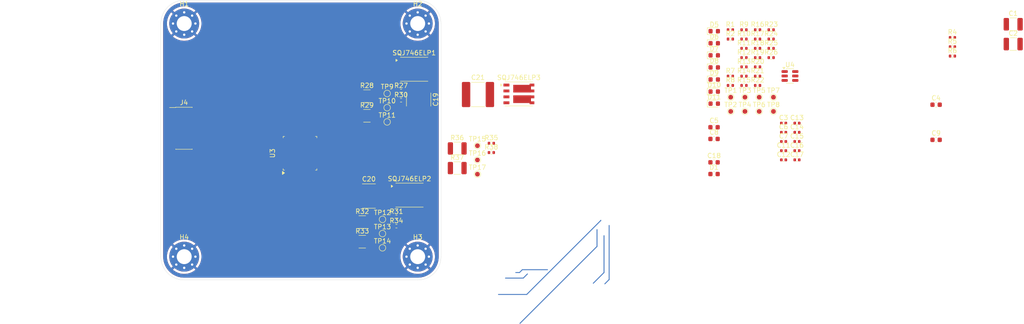
<source format=kicad_pcb>
(kicad_pcb (version 20241229) (generator "pcbnew") (generator_version "9.0")
  (layers (0 "F.Cu" signal) (4 "In1.Cu" power "GND") (6 "In2.Cu" power "Power") (2 "B.Cu" signal) (13 "F.Paste" user) (15 "B.Paste" user) (5 "F.SilkS" user "F.Silkscreen") (7 "B.SilkS" user "B.Silkscreen") (1 "F.Mask" user) (3 "B.Mask" user) (25 "Edge.Cuts" user))
  (net 0 "")
  (net 1 "Net-(IC1-VCP)")
  (net 2 "Net-(IC1-CP1)")
  (net 3 "Net-(IC1-CP2)")
  (net 4 "Net-(IC1-VREG)")
  (net 5 "/5V_BUCK")
  (net 6 "+3.3V")
  (net 7 "Net-(PS1-VCC)")
  (net 8 "/BTN_1")
  (net 9 "/NRST")
  (net 10 "/BTN_2")
  (net 11 "+5V")
  (net 12 "/BTN_3")
  (net 13 "Net-(D1-A)")
  (net 14 "Net-(D1-K)")
  (net 15 "Net-(D5-K)")
  (net 16 "Net-(D6-K)")
  (net 17 "Net-(D7-K)")
  (net 18 "/5V_USB")
  (net 19 "Net-(D8-K)")
  (net 20 "Net-(D9-K)")
  (net 21 "Net-(D10-A)")
  (net 22 "Net-(D11-A)")
  (net 23 "Net-(R12-Pad2)")
  (net 24 "/ADD_SEL_1")
  (net 25 "/ADD_SEL_0")
  (net 26 "Net-(R16-Pad2)")
  (net 27 "Net-(J6-CC1)")
  (net 28 "Net-(J6-CC2)")
  (net 29 "/BOOT_0")
  (net 30 "/SCL_I2C1")
  (net 31 "/SDA_I2C1")
  (net 32 "/LED_0")
  (net 33 "/LED_1")
  (net 34 "/arm_bridge_A/GHx")
  (net 35 "BRAKE")
  (net 36 "DIR")
  (net 37 "/arm_bridge_A/Sx")
  (net 38 "Net-(SQJ746ELP1-G1)")
  (net 39 "Net-(SQJ746ELP1-G2)")
  (net 40 "/GLC")
  (net 41 "/LSS")
  (net 42 "/arm_bridge_B/GHx")
  (net 43 "/arm_bridge_B/Sx")
  (net 44 "Net-(SQJ746ELP2-G1)")
  (net 45 "/GLB")
  (net 46 "Net-(SQJ746ELP2-G2)")
  (net 47 "/arm_bridge_C/Sx")
  (net 48 "/arm_bridge_C/GHx")
  (net 49 "Net-(SQJ746ELP3-G1)")
  (net 50 "/GLA")
  (net 51 "Net-(SQJ746ELP3-G2)")
  (net 52 "/PWM_TIM1_CH1")
  (net 53 "/ENC_A")
  (net 54 "/ENC_B")
  (net 55 "/USB_DM")
  (net 56 "/RCC_CLK_IN")
  (net 57 "/SWDIO")
  (net 58 "/USB_DP")
  (net 59 "Net-(PS1-FB)")
  (net 61 "Net-(PS1-FSW)")
  (net 62 "/PWM_T1C1")
  (net 63 "/Cmd_RX")
  (net 64 "+24V")
  (net 65 "/Cmd_TX")
  (net 66 "Net-(R18-Pad2)")
  (net 67 "/VCP_RX")
  (net 68 "/SWO")
  (net 69 "/SWCLK")
  (net 70 "/VCP_TX")
  (net 71 "GND")
  (net 72 "/D+")
  (net 73 "/D-")
  (footprint "Capacitor_SMD:C_0603_1608Metric" (layer "F.Cu") (at 163.46 72.24)
    (property "Reference" "C5" (at 0 -1.43 0) (layer "F.SilkS"))
    (property "Value" "10u")
    (pad "1" smd roundrect (at -0.775 0) (size 0.9 0.95) (layers "F.Cu" "F.Mask" "F.Paste") (net 11 "+5V"))
    (pad "2" smd roundrect (at 0.775 0) (size 0.9 0.95) (layers "F.Cu" "F.Mask" "F.Paste") (net 71 "GND"))
  )
  (footprint "Package_QFP:LQFP-32_7x7mm_P0.8mm" (layer "F.Cu") (at 74.8 77.825 90)
    (property "Reference" "U3" (at 0 -5.88 90) (layer "F.SilkS"))
    (property "Value" "STM32L412KBTx")
    (pad "1" smd roundrect (at -4.175 -2.8 90) (size 1.5 0.5) (layers "F.Cu" "F.Mask" "F.Paste") (net 6 "+3.3V"))
    (pad "2" smd roundrect (at -4.175 -2 90) (size 1.5 0.5) (layers "F.Cu" "F.Mask" "F.Paste") (net 32 "/LED_0"))
    (pad "3" smd roundrect (at -4.175 -1.2 90) (size 1.5 0.5) (layers "F.Cu" "F.Mask" "F.Paste") (net 33 "/LED_1"))
    (pad "4" smd roundrect (at -4.175 -0.4 90) (size 1.5 0.5) (layers "F.Cu" "F.Mask" "F.Paste") (net 9 "/NRST"))
    (pad "5" smd roundrect (at -4.175 0.4 90) (size 1.5 0.5) (layers "F.Cu" "F.Mask" "F.Paste") (net 6 "+3.3V"))
    (pad "6" smd roundrect (at -4.175 1.2 90) (size 1.5 0.5) (layers "F.Cu" "F.Mask" "F.Paste") (net 56 "/RCC_CLK_IN"))
    (pad "7" smd roundrect (at -4.175 2 90) (size 1.5 0.5) (layers "F.Cu" "F.Mask" "F.Paste") (net 54 "/ENC_B"))
    (pad "8" smd roundrect (at -4.175 2.8 90) (size 1.5 0.5) (layers "F.Cu" "F.Mask" "F.Paste") (net 70 "/VCP_TX"))
    (pad "9" smd roundrect (at -2.8 4.175 90) (size 0.5 1.5) (layers "F.Cu" "F.Mask" "F.Paste") (net 67 "/VCP_RX"))
    (pad "10" smd roundrect (at -2 4.175 90) (size 0.5 1.5) (layers "F.Cu" "F.Mask" "F.Paste"))
    (pad "11" smd roundrect (at -1.2 4.175 90) (size 0.5 1.5) (layers "F.Cu" "F.Mask" "F.Paste") (net 53 "/ENC_A"))
    (pad "12" smd roundrect (at -0.4 4.175 90) (size 0.5 1.5) (layers "F.Cu" "F.Mask" "F.Paste") (net 36 "DIR"))
    (pad "13" smd roundrect (at 0.4 4.175 90) (size 0.5 1.5) (layers "F.Cu" "F.Mask" "F.Paste") (net 35 "BRAKE"))
    (pad "14" smd roundrect (at 1.2 4.175 90) (size 0.5 1.5) (layers "F.Cu" "F.Mask" "F.Paste") (net 25 "/ADD_SEL_0"))
    (pad "15" smd roundrect (at 2 4.175 90) (size 0.5 1.5) (layers "F.Cu" "F.Mask" "F.Paste") (net 24 "/ADD_SEL_1"))
    (pad "16" smd roundrect (at 2.8 4.175 90) (size 0.5 1.5) (layers "F.Cu" "F.Mask" "F.Paste") (net 71 "GND"))
    (pad "17" smd roundrect (at 4.175 2.8 90) (size 1.5 0.5) (layers "F.Cu" "F.Mask" "F.Paste") (net 6 "+3.3V"))
    (pad "18" smd roundrect (at 4.175 2 90) (size 1.5 0.5) (layers "F.Cu" "F.Mask" "F.Paste") (net 62 "/PWM_T1C1"))
    (pad "19" smd roundrect (at 4.175 1.2 90) (size 1.5 0.5) (layers "F.Cu" "F.Mask" "F.Paste") (net 30 "/SCL_I2C1"))
    (pad "20" smd roundrect (at 4.175 0.4 90) (size 1.5 0.5) (layers "F.Cu" "F.Mask" "F.Paste") (net 31 "/SDA_I2C1"))
    (pad "21" smd roundrect (at 4.175 -0.4 90) (size 1.5 0.5) (layers "F.Cu" "F.Mask" "F.Paste") (net 55 "/USB_DM"))
    (pad "22" smd roundrect (at 4.175 -1.2 90) (size 1.5 0.5) (layers "F.Cu" "F.Mask" "F.Paste") (net 58 "/USB_DP"))
    (pad "23" smd roundrect (at 4.175 -2 90) (size 1.5 0.5) (layers "F.Cu" "F.Mask" "F.Paste") (net 57 "/SWDIO"))
    (pad "24" smd roundrect (at 4.175 -2.8 90) (size 1.5 0.5) (layers "F.Cu" "F.Mask" "F.Paste") (net 69 "/SWCLK"))
    (pad "25" smd roundrect (at 2.8 -4.175 90) (size 0.5 1.5) (layers "F.Cu" "F.Mask" "F.Paste") (net 8 "/BTN_1"))
    (pad "26" smd roundrect (at 2 -4.175 90) (size 0.5 1.5) (layers "F.Cu" "F.Mask" "F.Paste") (net 68 "/SWO"))
    (pad "27" smd roundrect (at 1.2 -4.175 90) (size 0.5 1.5) (layers "F.Cu" "F.Mask" "F.Paste") (net 10 "/BTN_2"))
    (pad "28" smd roundrect (at 0.4 -4.175 90) (size 0.5 1.5) (layers "F.Cu" "F.Mask" "F.Paste") (net 12 "/BTN_3"))
    (pad "29" smd roundrect (at -0.4 -4.175 90) (size 0.5 1.5) (layers "F.Cu" "F.Mask" "F.Paste") (net 65 "/Cmd_TX"))
    (pad "30" smd roundrect (at -1.2 -4.175 90) (size 0.5 1.5) (layers "F.Cu" "F.Mask" "F.Paste") (net 63 "/Cmd_RX"))
    (pad "31" smd roundrect (at -2 -4.175 90) (size 0.5 1.5) (layers "F.Cu" "F.Mask" "F.Paste") (net 29 "/BOOT_0"))
    (pad "32" smd roundrect (at -2.8 -4.175 90) (size 0.5 1.5) (layers "F.Cu" "F.Mask" "F.Paste") (net 71 "GND"))
  )
  (footprint "Capacitor_SMD:C_0402_1005Metric" (layer "F.Cu") (at 178.35 75.3)
    (property "Reference" "C7" (at 0 -1.16 0) (layer "F.SilkS"))
    (property "Value" "220n")
    (pad "1" smd roundrect (at -0.48 0) (size 0.56 0.62) (layers "F.Cu" "F.Mask" "F.Paste") (net 1 "Net-(IC1-VCP)"))
    (pad "2" smd roundrect (at 0.48 0) (size 0.56 0.62) (layers "F.Cu" "F.Mask" "F.Paste") (net 64 "+24V"))
  )
  (footprint "Capacitor_SMD:C_0402_1005Metric" (layer "F.Cu") (at 181.22 73.33)
    (property "Reference" "C14" (at 0 -1.16 0) (layer "F.SilkS"))
    (property "Value" "10n")
    (pad "1" smd roundrect (at -0.48 0) (size 0.56 0.62) (layers "F.Cu" "F.Mask" "F.Paste") (net 12 "/BTN_3"))
    (pad "2" smd roundrect (at 0.48 0) (size 0.56 0.62) (layers "F.Cu" "F.Mask" "F.Paste") (net 71 "GND"))
  )
  (footprint "Resistor_SMD:R_1210_3225Metric" (layer "F.Cu") (at 89.13 65.58)
    (property "Reference" "R28" (at 0 -2.28 0) (layer "F.SilkS"))
    (property "Value" "120")
    (pad "1" smd roundrect (at -1.4625 0) (size 1.125 2.65) (layers "F.Cu" "F.Mask" "F.Paste") (roundrect_rratio 0.222222) (net 34 "/arm_bridge_A/GHx"))
    (pad "2" smd roundrect (at 1.4625 0) (size 1.125 2.65) (layers "F.Cu" "F.Mask" "F.Paste") (roundrect_rratio 0.222222) (net 38 "Net-(SQJ746ELP1-G1)"))
  )
  (footprint "Resistor_SMD:R_0402_1005Metric" (layer "F.Cu") (at 169.87 51.34)
    (property "Reference" "R9" (at 0 -1.17 0) (layer "F.SilkS"))
    (property "Value" "2k5")
    (pad "1" smd roundrect (at -0.51 0) (size 0.54 0.64) (layers "F.Cu" "F.Mask" "F.Paste") (net 17 "Net-(D7-K)"))
    (pad "2" smd roundrect (at 0.51 0) (size 0.54 0.64) (layers "F.Cu" "F.Mask" "F.Paste") (net 71 "GND"))
  )
  (footprint "Capacitor_SMD:C_1210_3225Metric" (layer "F.Cu") (at 227.52 50.15)
    (property "Reference" "C1" (at 0 -2.3 0) (layer "F.SilkS"))
    (property "Value" "4u7")
    (pad "1" smd roundrect (at -1.475 0) (size 1.15 2.7) (layers "F.Cu" "F.Mask" "F.Paste") (roundrect_rratio 0.217391) (net 64 "+24V"))
    (pad "2" smd roundrect (at 1.475 0) (size 1.15 2.7) (layers "F.Cu" "F.Mask" "F.Paste") (roundrect_rratio 0.217391) (net 71 "GND"))
  )
  (footprint "Resistor_SMD:R_0402_1005Metric" (layer "F.Cu") (at 166.96 51.34)
    (property "Reference" "R1" (at 0 -1.17 0) (layer "F.SilkS"))
    (property "Value" "1k7")
    (pad "1" smd roundrect (at -0.51 0) (size 0.54 0.64) (layers "F.Cu" "F.Mask" "F.Paste") (net 13 "Net-(D1-A)"))
    (pad "2" smd roundrect (at 0.51 0) (size 0.54 0.64) (layers "F.Cu" "F.Mask" "F.Paste") (net 6 "+3.3V"))
  )
  (footprint "TestPoint:TestPoint_Pad_D1.0mm" (layer "F.Cu") (at 173.13 68.85)
    (property "Reference" "TP6" (at 0 -1.448 0) (layer "F.SilkS"))
    (property "Value" "PWM")
    (pad "1" smd circle (at 0 0) (size 1 1) (layers "F.Cu" "F.Mask") (net 52 "/PWM_TIM1_CH1"))
  )
  (footprint "Capacitor_SMD:C_0402_1005Metric" (layer "F.Cu") (at 181.22 79.24)
    (property "Reference" "C17" (at 0 -1.16 0) (layer "F.SilkS"))
    (property "Value" "100n")
    (pad "1" smd roundrect (at -0.48 0) (size 0.56 0.62) (layers "F.Cu" "F.Mask" "F.Paste") (net 6 "+3.3V"))
    (pad "2" smd roundrect (at 0.48 0) (size 0.56 0.62) (layers "F.Cu" "F.Mask" "F.Paste") (net 71 "GND"))
  )
  (footprint "Resistor_SMD:R_0402_1005Metric" (layer "F.Cu") (at 169.87 59.3)
    (property "Reference" "R13" (at 0 -1.17 0) (layer "F.SilkS"))
    (property "Value" "10k")
    (pad "1" smd roundrect (at -0.51 0) (size 0.54 0.64) (layers "F.Cu" "F.Mask" "F.Paste") (net 23 "Net-(R12-Pad2)"))
    (pad "2" smd roundrect (at 0.51 0) (size 0.54 0.64) (layers "F.Cu" "F.Mask" "F.Paste") (net 6 "+3.3V"))
  )
  (footprint "Resistor_SMD:R_1210_3225Metric" (layer "F.Cu") (at 88.13 96.79)
    (property "Reference" "R33" (at 0 -2.28 0) (layer "F.SilkS"))
    (property "Value" "120")
    (pad "1" smd roundrect (at -1.4625 0) (size 1.125 2.65) (layers "F.Cu" "F.Mask" "F.Paste") (roundrect_rratio 0.222222) (net 46 "Net-(SQJ746ELP2-G2)"))
    (pad "2" smd roundrect (at 1.4625 0) (size 1.125 2.65) (layers "F.Cu" "F.Mask" "F.Paste") (roundrect_rratio 0.222222) (net 45 "/GLB"))
  )
  (footprint "Capacitor_SMD:C_0402_1005Metric" (layer "F.Cu") (at 178.35 77.27)
    (property "Reference" "C11" (at 0 -1.16 0) (layer "F.SilkS"))
    (property "Value" "10n")
    (pad "1" smd roundrect (at -0.48 0) (size 0.56 0.62) (layers "F.Cu" "F.Mask" "F.Paste") (net 8 "/BTN_1"))
    (pad "2" smd roundrect (at 0.48 0) (size 0.56 0.62) (layers "F.Cu" "F.Mask" "F.Paste") (net 71 "GND"))
  )
  (footprint "Resistor_SMD:R_0402_1005Metric" (layer "F.Cu") (at 169.87 63.28)
    (property "Reference" "R15" (at 0 -1.17 0) (layer "F.SilkS"))
    (property "Value" "10k")
    (pad "1" smd roundrect (at -0.51 0) (size 0.54 0.64) (layers "F.Cu" "F.Mask" "F.Paste") (net 25 "/ADD_SEL_0"))
    (pad "2" smd roundrect (at 0.51 0) (size 0.54 0.64) (layers "F.Cu" "F.Mask" "F.Paste") (net 6 "+3.3V"))
  )
  (footprint "Resistor_SMD:R_0402_1005Metric" (layer "F.Cu") (at 172.78 59.3)
    (property "Reference" "R20" (at 0 -1.17 0) (layer "F.SilkS"))
    (property "Value" "5k1")
    (pad "1" smd roundrect (at -0.51 0) (size 0.54 0.64) (layers "F.Cu" "F.Mask" "F.Paste") (net 71 "GND"))
    (pad "2" smd roundrect (at 0.51 0) (size 0.54 0.64) (layers "F.Cu" "F.Mask" "F.Paste") (net 27 "Net-(J6-CC1)"))
  )
  (footprint "LED_SMD:LED_0603_1608Metric" (layer "F.Cu") (at 163.5 64.59)
    (property "Reference" "D10" (at 0 -1.43 0) (layer "F.SilkS"))
    (property "Value" "LED_0")
    (pad "1" smd roundrect (at -0.7875 0) (size 0.875 0.95) (layers "F.Cu" "F.Mask" "F.Paste") (net 71 "GND"))
    (pad "2" smd roundrect (at 0.7875 0) (size 0.875 0.95) (layers "F.Cu" "F.Mask" "F.Paste") (net 21 "Net-(D10-A)"))
  )
  (footprint "TestPoint:TestPoint_Pad_D1.0mm" (layer "F.Cu") (at 92.46 98.1)
    (property "Reference" "TP14" (at 0 -1.448 0) (layer "F.SilkS"))
    (property "Value" "GATE C")
    (pad "1" smd circle (at 0 0) (size 1 1) (layers "F.Cu" "F.Mask") (net 45 "/GLB"))
  )
  (footprint "Capacitor_SMD:C_1210_3225Metric" (layer "F.Cu") (at 227.52 54.4)
    (property "Reference" "C2" (at 0 -2.3 0) (layer "F.SilkS"))
    (property "Value" "4u7")
    (pad "1" smd roundrect (at -1.475 0) (size 1.15 2.7) (layers "F.Cu" "F.Mask" "F.Paste") (roundrect_rratio 0.217391) (net 64 "+24V"))
    (pad "2" smd roundrect (at 1.475 0) (size 1.15 2.7) (layers "F.Cu" "F.Mask" "F.Paste") (roundrect_rratio 0.217391) (net 71 "GND"))
  )
  (footprint "TestPoint:TestPoint_Pad_D1.0mm" (layer "F.Cu") (at 176.18 65.8)
    (property "Reference" "TP7" (at 0 -1.448 0) (layer "F.SilkS"))
    (property "Value" "DIR")
    (pad "1" smd circle (at 0 0) (size 1 1) (layers "F.Cu" "F.Mask") (net 36 "DIR"))
  )
  (footprint "MountingHole:MountingHole_3.2mm_M3_Pad_Via" (layer "F.Cu") (at 50 50)
    (property "Reference" "H1" (at 0 -4.2 0) (layer "F.SilkS"))
    (property "Value" "MountingHole_Pad")
    (pad "1" thru_hole circle (at -2.4 0) (size 0.8 0.8) (drill 0.5) (layers "*.Cu" "*.Mask") (net 71 "GND"))
    (pad "1" thru_hole circle (at -1.697056 -1.697056) (size 0.8 0.8) (drill 0.5) (layers "*.Cu" "*.Mask") (net 71 "GND"))
    (pad "1" thru_hole circle (at -1.697056 1.697056) (size 0.8 0.8) (drill 0.5) (layers "*.Cu" "*.Mask") (net 71 "GND"))
    (pad "1" thru_hole circle (at 0 -2.4) (size 0.8 0.8) (drill 0.5) (layers "*.Cu" "*.Mask") (net 71 "GND"))
    (pad "1" thru_hole circle (at 0 0) (size 6.4 6.4) (drill 3.2) (layers "*.Cu" "*.Mask") (net 71 "GND"))
    (pad "1" thru_hole circle (at 0 2.4) (size 0.8 0.8) (drill 0.5) (layers "*.Cu" "*.Mask") (net 71 "GND"))
    (pad "1" thru_hole circle (at 1.697056 -1.697056) (size 0.8 0.8) (drill 0.5) (layers "*.Cu" "*.Mask") (net 71 "GND"))
    (pad "1" thru_hole circle (at 1.697056 1.697056) (size 0.8 0.8) (drill 0.5) (layers "*.Cu" "*.Mask") (net 71 "GND"))
    (pad "1" thru_hole circle (at 2.4 0) (size 0.8 0.8) (drill 0.5) (layers "*.Cu" "*.Mask") (net 71 "GND"))
  )
  (footprint "Resistor_SMD:R_0402_1005Metric" (layer "F.Cu") (at 169.87 61.29)
    (property "Reference" "R14" (at 0 -1.17 0) (layer "F.SilkS"))
    (property "Value" "10k")
    (pad "1" smd roundrect (at -0.51 0) (size 0.54 0.64) (layers "F.Cu" "F.Mask" "F.Paste") (net 24 "/ADD_SEL_1"))
    (pad "2" smd roundrect (at 0.51 0) (size 0.54 0.64) (layers "F.Cu" "F.Mask" "F.Paste") (net 6 "+3.3V"))
  )
  (footprint "TestPoint:TestPoint_Pad_D1.0mm" (layer "F.Cu") (at 176.18 68.85)
    (property "Reference" "TP8" (at 0 -1.448 0) (layer "F.SilkS"))
    (property "Value" "BRAKE")
    (pad "1" smd circle (at 0 0) (size 1 1) (layers "F.Cu" "F.Mask") (net 35 "BRAKE"))
  )
  (footprint "LED_SMD:LED_0603_1608Metric" (layer "F.Cu") (at 163.5 51.64)
    (property "Reference" "D5" (at 0 -1.43 0) (layer "F.SilkS"))
    (property "Value" "LED")
    (pad "1" smd roundrect (at -0.7875 0) (size 0.875 0.95) (layers "F.Cu" "F.Mask" "F.Paste") (net 15 "Net-(D5-K)"))
    (pad "2" smd roundrect (at 0.7875 0) (size 0.875 0.95) (layers "F.Cu" "F.Mask" "F.Paste") (net 64 "+24V"))
  )
  (footprint "TestPoint:TestPoint_Pad_D1.0mm" (layer "F.Cu") (at 112.7925 82.31)
    (property "Reference" "TP17" (at 0 -1.448 0) (layer "F.SilkS"))
    (property "Value" "GATE C")
    (pad "1" smd circle (at 0 0) (size 1 1) (layers "F.Cu" "F.Mask") (net 50 "/GLA"))
  )
  (footprint "LED_SMD:LED_0603_1608Metric" (layer "F.Cu") (at 163.5 62)
    (property "Reference" "D9" (at 0 -1.43 0) (layer "F.SilkS"))
    (property "Value" "LED")
    (pad "1" smd roundrect (at -0.7875 0) (size 0.875 0.95) (layers "F.Cu" "F.Mask" "F.Paste") (net 20 "Net-(D9-K)"))
    (pad "2" smd roundrect (at 0.7875 0) (size 0.875 0.95) (layers "F.Cu" "F.Mask" "F.Paste") (net 6 "+3.3V"))
  )
  (footprint "Capacitor_SMD:C_0402_1005Metric" (layer "F.Cu") (at 178.35 71.36)
    (property "Reference" "C3" (at 0 -1.16 0) (layer "F.SilkS"))
    (property "Value" "220n")
    (pad "1" smd roundrect (at -0.48 0) (size 0.56 0.62) (layers "F.Cu" "F.Mask" "F.Paste") (net 71 "GND"))
    (pad "2" smd roundrect (at 0.48 0) (size 0.56 0.62) (layers "F.Cu" "F.Mask" "F.Paste") (net 4 "Net-(IC1-VREG)"))
  )
  (footprint "TestPoint:TestPoint_Pad_D1.0mm" (layer "F.Cu") (at 167.03 68.85)
    (property "Reference" "TP2" (at 0 -1.448 0) (layer "F.SilkS"))
    (property "Value" "5V_BUCK")
    (pad "1" smd circle (at 0 0) (size 1 1) (layers "F.Cu" "F.Mask") (net 5 "/5V_BUCK"))
  )
  (footprint "TestPoint:TestPoint_Pad_D1.0mm" (layer "F.Cu") (at 167.03 65.8)
    (property "Reference" "TP1" (at 0 -1.448 0) (layer "F.SilkS"))
    (property "Value" "24V")
    (pad "1" smd circle (at 0 0) (size 1 1) (layers "F.Cu" "F.Mask") (net 64 "+24V"))
  )
  (footprint "Resistor_SMD:R_1210_3225Metric" (layer "F.Cu") (at 88.13 92.58)
    (property "Reference" "R32" (at 0 -2.28 0) (layer "F.SilkS"))
    (property "Value" "120")
    (pad "1" smd roundrect (at -1.4625 0) (size 1.125 2.65) (layers "F.Cu" "F.Mask" "F.Paste") (roundrect_rratio 0.222222) (net 42 "/arm_bridge_B/GHx"))
    (pad "2" smd roundrect (at 1.4625 0) (size 1.125 2.65) (layers "F.Cu" "F.Mask" "F.Paste") (roundrect_rratio 0.222222) (net 44 "Net-(SQJ746ELP2-G1)"))
  )
  (footprint "Resistor_SMD:R_0402_1005Metric" (layer "F.Cu") (at 175.69 57.31)
    (property "Reference" "R26" (at 0 -1.17 0) (layer "F.SilkS"))
    (property "Value" "1k")
    (pad "1" smd roundrect (at -0.51 0) (size 0.54 0.64) (layers "F.Cu" "F.Mask" "F.Paste") (net 22 "Net-(D11-A)"))
    (pad "2" smd roundrect (at 0.51 0) (size 0.54 0.64) (layers "F.Cu" "F.Mask" "F.Paste") (net 33 "/LED_1"))
  )
  (footprint "LED_SMD:LED_0603_1608Metric" (layer "F.Cu") (at 163.5 67.18)
    (property "Reference" "D11" (at 0 -1.43 0) (layer "F.SilkS"))
    (property "Value" "LED_1")
    (pad "1" smd roundrect (at -0.7875 0) (size 0.875 0.95) (layers "F.Cu" "F.Mask" "F.Paste") (net 71 "GND"))
    (pad "2" smd roundrect (at 0.7875 0) (size 0.875 0.95) (layers "F.Cu" "F.Mask" "F.Paste") (net 22 "Net-(D11-A)"))
  )
  (footprint "Resistor_SMD:R_0402_1005Metric" (layer "F.Cu") (at 115.7725 75.68)
    (property "Reference" "R35" (at 0 -1.17 0) (layer "F.SilkS"))
    (property "Value" "10k")
    (pad "1" smd roundrect (at -0.51 0) (size 0.54 0.64) (layers "F.Cu" "F.Mask" "F.Paste") (net 48 "/arm_bridge_C/GHx"))
    (pad "2" smd roundrect (at 0.51 0) (size 0.54 0.64) (layers "F.Cu" "F.Mask" "F.Paste") (net 47 "/arm_bridge_C/Sx"))
  )
  (footprint "Package_SO:PowerPAK_SO-8_Dual" (layer "F.Cu") (at 99.24 59.8)
    (property "Reference" "SQJ746ELP1" (at 0 -3.5 0) (layer "F.SilkS"))
    (property "Value" "~")
    (pad "1" smd rect (at -2.67 -1.905) (size 1.27 0.61) (layers "F.Cu" "F.Mask" "F.Paste") (net 37 "/arm_bridge_A/Sx"))
    (pad "2" smd rect (at -2.67 -0.635) (size 1.27 0.61) (layers "F.Cu" "F.Mask" "F.Paste") (net 38 "Net-(SQJ746ELP1-G1)"))
    (pad "3" smd rect (at -2.67 0.635) (size 1.27 0.61) (layers "F.Cu" "F.Mask" "F.Paste") (net 41 "/LSS"))
    (pad "4" smd rect (at -2.67 1.905) (size 1.27 0.61) (layers "F.Cu" "F.Mask" "F.Paste") (net 39 "Net-(SQJ746ELP1-G2)"))
    (pad "5" smd rect (at 0.69 -1.13) (size 3.81 1.65) (layers "F.Cu" "F.Mask" "F.Paste") (net 37 "/arm_bridge_A/Sx"))
    (pad "5" smd rect (at 2.795 -1.905) (size 1.02 0.61) (layers "F.Cu" "F.Mask" "F.Paste") (net 37 "/arm_bridge_A/Sx"))
    (pad "5" smd rect (at 2.795 -0.635) (size 1.02 0.61) (layers "F.Cu" "F.Mask" "F.Paste") (net 37 "/arm_bridge_A/Sx"))
    (pad "6" smd rect (at 0.69 1.13) (size 3.81 1.65) (layers "F.Cu" "F.Mask" "F.Paste") (net 64 "+24V"))
    (pad "6" smd rect (at 2.795 0.635) (size 1.02 0.61) (layers "F.Cu" "F.Mask" "F.Paste") (net 64 "+24V"))
    (pad "6" smd rect (at 2.795 1.905) (size 1.02 0.61) (layers "F.Cu" "F.Mask" "F.Paste") (net 64 "+24V"))
  )
  (footprint "Resistor_SMD:R_0402_1005Metric" (layer "F.Cu") (at 172.78 63.28)
    (property "Reference" "R22" (at 0 -1.17 0) (layer "F.SilkS"))
    (property "Value" "10k")
    (pad "1" smd roundrect (at -0.51 0) (size 0.54 0.64) (layers "F.Cu" "F.Mask" "F.Paste") (net 71 "GND"))
    (pad "2" smd roundrect (at 0.51 0) (size 0.54 0.64) (layers "F.Cu" "F.Mask" "F.Paste") (net 29 "/BOOT_0"))
  )
  (footprint "Resistor_SMD:R_0402_1005Metric" (layer "F.Cu") (at 172.78 55.32)
    (property "Reference" "R18" (at 0 -1.17 0) (layer "F.SilkS"))
    (property "Value" "10k")
    (pad "1" smd roundrect (at -0.51 0) (size 0.54 0.64) (layers "F.Cu" "F.Mask" "F.Paste") (net 12 "/BTN_3"))
    (pad "2" smd roundrect (at 0.51 0) (size 0.54 0.64) (layers "F.Cu" "F.Mask" "F.Paste") (net 66 "Net-(R18-Pad2)"))
  )
  (footprint "Resistor_SMD:R_0402_1005Metric" (layer "F.Cu") (at 169.87 57.31)
    (property "Reference" "R12" (at 0 -1.17 0) (layer "F.SilkS"))
    (property "Value" "10k")
    (pad "1" smd roundrect (at -0.51 0) (size 0.54 0.64) (layers "F.Cu" "F.Mask" "F.Paste") (net 8 "/BTN_1"))
    (pad "2" smd roundrect (at 0.51 0) (size 0.54 0.64) (layers "F.Cu" "F.Mask" "F.Paste") (net 23 "Net-(R12-Pad2)"))
  )
  (footprint "Resistor_SMD:R_0402_1005Metric" (layer "F.Cu") (at 214.51 53)
    (property "Reference" "R4" (at 0 -1.17 0) (layer "F.SilkS"))
    (property "Value" "5k6")
    (pad "1" smd roundrect (at -0.51 0) (size 0.54 0.64) (layers "F.Cu" "F.Mask" "F.Paste") (net 61 "Net-(PS1-FSW)"))
    (pad "2" smd roundrect (at 0.51 0) (size 0.54 0.64) (layers "F.Cu" "F.Mask" "F.Paste") (net 71 "GND"))
  )
  (footprint "Capacitor_SMD:C_0603_1608Metric" (layer "F.Cu") (at 163.46 79.77)
    (property "Reference" "C18" (at 0 -1.43 0) (layer "F.SilkS"))
    (property "Value" "4u7")
    (pad "1" smd roundrect (at -0.775 0) (size 0.9 0.95) (layers "F.Cu" "F.Mask" "F.Paste") (net 6 "+3.3V"))
    (pad "2" smd roundrect (at 0.775 0) (size 0.9 0.95) (layers "F.Cu" "F.Mask" "F.Paste") (net 71 "GND"))
  )
  (footprint "MountingHole:MountingHole_3.2mm_M3_Pad_Via" (layer "F.Cu") (at 100 50)
    (property "Reference" "H2" (at 0 -4.2 0) (layer "F.SilkS"))
    (property "Value" "MountingHole_Pad")
    (pad "1" thru_hole circle (at -2.4 0) (size 0.8 0.8) (drill 0.5) (layers "*.Cu" "*.Mask") (net 71 "GND"))
    (pad "1" thru_hole circle (at -1.697056 -1.697056) (size 0.8 0.8) (drill 0.5) (layers "*.Cu" "*.Mask") (net 71 "GND"))
    (pad "1" thru_hole circle (at -1.697056 1.697056) (size 0.8 0.8) (drill 0.5) (layers "*.Cu" "*.Mask") (net 71 "GND"))
    (pad "1" thru_hole circle (at 0 -2.4) (size 0.8 0.8) (drill 0.5) (layers "*.Cu" "*.Mask") (net 71 "GND"))
    (pad "1" thru_hole circle (at 0 0) (size 6.4 6.4) (drill 3.2) (layers "*.Cu" "*.Mask") (net 71 "GND"))
    (pad "1" thru_hole circle (at 0 2.4) (size 0.8 0.8) (drill 0.5) (layers "*.Cu" "*.Mask") (net 71 "GND"))
    (pad "1" thru_hole circle (at 1.697056 -1.697056) (size 0.8 0.8) (drill 0.5) (layers "*.Cu" "*.Mask") (net 71 "GND"))
    (pad "1" thru_hole circle (at 1.697056 1.697056) (size 0.8 0.8) (drill 0.5) (layers "*.Cu" "*.Mask") (net 71 "GND"))
    (pad "1" thru_hole circle (at 2.4 0) (size 0.8 0.8) (drill 0.5) (layers "*.Cu" "*.Mask") (net 71 "GND"))
  )
  (footprint "TestPoint:TestPoint_Pad_D1.0mm" (layer "F.Cu") (at 93.46 65)
    (property "Reference" "TP9" (at 0 -1.448 0) (layer "F.SilkS"))
    (property "Value" "GATE C")
    (pad "1" smd circle (at 0 0) (size 1 1) (layers "F.Cu" "F.Mask") (net 34 "/arm_bridge_A/GHx"))
  )
  (footprint "TestPoint:TestPoint_Pad_D1.0mm" (layer "F.Cu") (at 92.46 92)
    (property "Reference" "TP12" (at 0 -1.448 0) (layer "F.SilkS"))
    (property "Value" "GATE C")
    (pad "1" smd circle (at 0 0) (size 1 1) (layers "F.Cu" "F.Mask") (net 42 "/arm_bridge_B/GHx"))
  )
  (footprint "Resistor_SMD:R_0402_1005Metric" (layer "F.Cu") (at 169.87 55.32)
    (property "Reference" "R11" (at 0 -1.17 0) (layer "F.SilkS"))
    (property "Value" "1k5")
    (pad "1" smd roundrect (at -0.51 0) (size 0.54 0.64) (layers "F.Cu" "F.Mask" "F.Paste") (net 20 "Net-(D9-K)"))
    (pad "2" smd roundrect (at 0.51 0) (size 0.54 0.64) (layers "F.Cu" "F.Mask" "F.Paste") (net 71 "GND"))
  )
  (footprint "Capacitor_SMD:C_0603_1608Metric" (layer "F.Cu") (at 163.46 74.75)
    (property "Reference" "C8" (at 0 -1.43 0) (layer "F.SilkS"))
    (property "Value" "22u")
    (pad "1" smd roundrect (at -0.775 0) (size 0.9 0.95) (layers "F.Cu" "F.Mask" "F.Paste") (net 6 "+3.3V"))
    (pad "2" smd roundrect (at 0.775 0) (size 0.9 0.95) (layers "F.Cu" "F.Mask" "F.Paste") (net 71 "GND"))
  )
  (footprint "Resistor_SMD:R_0402_1005Metric" (layer "F.Cu") (at 175.69 55.32)
    (property "Reference" "R25" (at 0 -1.17 0) (layer "F.SilkS"))
    (property "Value" "1k")
    (pad "1" smd roundrect (at -0.51 0) (size 0.54 0.64) (layers "F.Cu" "F.Mask" "F.Paste") (net 21 "Net-(D10-A)"))
    (pad "2" smd roundrect (at 0.51 0) (size 0.54 0.64) (layers "F.Cu" "F.Mask" "F.Paste") (net 32 "/LED_0"))
  )
  (footprint "Capacitor_SMD:C_0603_1608Metric" (layer "F.Cu") (at 163.46 82.28)
    (property "Reference" "D1" (at 0 -1.43 0) (layer "F.SilkS"))
    (property "Value" "LED")
    (pad "1" smd roundrect (at -0.775 0) (size 0.9 0.95) (layers "F.Cu" "F.Mask" "F.Paste") (net 14 "Net-(D1-K)"))
    (pad "2" smd roundrect (at 0.775 0) (size 0.9 0.95) (layers "F.Cu" "F.Mask" "F.Paste") (net 13 "Net-(D1-A)"))
  )
  (footprint "Resistor_SMD:R_0402_1005Metric" (layer "F.Cu") (at 166.96 61.29)
    (property "Reference" "R7" (at 0 -1.17 0) (layer "F.SilkS"))
    (property "Value" "12k")
    (pad "1" smd roundrect (at -0.51 0) (size 0.54 0.64) (layers "F.Cu" "F.Mask" "F.Paste") (net 15 "Net-(D5-K)"))
    (pad "2" smd roundrect (at 0.51 0) (size 0.54 0.64) (layers "F.Cu" "F.Mask" "F.Paste") (net 71 "GND"))
  )
  (footprint "LED_SMD:LED_0603_1608Metric" (layer "F.Cu") (at 163.5 56.82)
    (property "Reference" "D7" (at 0 -1.43 0) (layer "F.SilkS"))
    (property "Value" "LED")
    (pad "1" smd roundrect (at -0.7875 0) (size 0.875 0.95) (layers "F.Cu" "F.Mask" "F.Paste") (net 17 "Net-(D7-K)"))
    (pad "2" smd roundrect (at 0.7875 0) (size 0.875 0.95) (layers "F.Cu" "F.Mask" "F.Paste") (net 18 "/5V_USB"))
  )
  (footprint "Capacitor_SMD:C_0402_1005Metric" (layer "F.Cu") (at 181.22 75.3)
    (property "Reference" "C15" (at 0 -1.16 0) (layer "F.SilkS"))
    (property "Value" "100n")
    (pad "1" smd roundrect (at -0.48 0) (size 0.56 0.62) (layers "F.Cu" "F.Mask" "F.Paste") (net 71 "GND"))
    (pad "2" smd roundrect (at 0.48 0) (size 0.56 0.62) (layers "F.Cu" "F.Mask" "F.Paste") (net 6 "+3.3V"))
  )
  (footprint "Resistor_SMD:R_0402_1005Metric" (layer "F.Cu") (at 172.78 57.31)
    (property "Reference" "R19" (at 0 -1.17 0) (layer "F.SilkS"))
    (property "Value" "10k")
    (pad "1" smd roundrect (at -0.51 0) (size 0.54 0.64) (layers "F.Cu" "F.Mask" "F.Paste") (net 66 "Net-(R18-Pad2)"))
    (pad "2" smd roundrect (at 0.51 0) (size 0.54 0.64) (layers "F.Cu" "F.Mask" "F.Paste") (net 6 "+3.3V"))
  )
  (footprint "Resistor_SMD:R_0402_1005Metric" (layer "F.Cu") (at 96.44 64.47)
    (property "Reference" "R27" (at 0 -1.17 0) (layer "F.SilkS"))
    (property "Value" "10k")
    (pad "1" smd roundrect (at -0.51 0) (size 0.54 0.64) (layers "F.Cu" "F.Mask" "F.Paste") (net 34 "/arm_bridge_A/GHx"))
    (pad "2" smd roundrect (at 0.51 0) (size 0.54 0.64) (layers "F.Cu" "F.Mask" "F.Paste") (net 37 "/arm_bridge_A/Sx"))
  )
  (footprint "Resistor_SMD:R_1210_3225Metric" (layer "F.Cu") (at 108.4625 76.79)
    (property "Reference" "R36" (at 0 -2.28 0) (layer "F.SilkS"))
    (property "Value" "120")
    (pad "1" smd roundrect (at -1.4625 0) (size 1.125 2.65) (layers "F.Cu" "F.Mask" "F.Paste") (roundrect_rratio 0.222222) (net 48 "/arm_bridge_C/GHx"))
    (pad "2" smd roundrect (at 1.4625 0) (size 1.125 2.65) (layers "F.Cu" "F.Mask" "F.Paste") (roundrect_rratio 0.222222) (net 49 "Net-(SQJ746ELP3-G1)"))
  )
  (footprint "Resistor_SMD:R_0402_1005Metric" (layer "F.Cu") (at 95.44 93.46)
    (property "Reference" "R34" (at 0 -1.17 0) (layer "F.SilkS"))
    (property "Value" "10k")
    (pad "1" smd roundrect (at -0.51 0) (size 0.54 0.64) (layers "F.Cu" "F.Mask" "F.Paste") (net 45 "/GLB"))
    (pad "2" smd roundrect (at 0.51 0) (size 0.54 0.64) (layers "F.Cu" "F.Mask" "F.Paste") (net 41 "/LSS"))
  )
  (footprint "Resistor_SMD:R_0402_1005Metric" (layer "F.Cu") (at 172.78 51.34)
    (property "Reference" "R16" (at 0 -1.17 0) (layer "F.SilkS"))
    (property "Value" "10k")
    (pad "1" smd roundrect (at -0.51 0) (size 0.54 0.64) (layers "F.Cu" "F.Mask" "F.Paste") (net 10 "/BTN_2"))
    (pad "2" smd roundrect (at 0.51 0) (size 0.54 0.64) (layers "F.Cu" "F.Mask" "F.Paste") (net 26 "Net-(R16-Pad2)"))
  )
  (footprint "Resistor_SMD:R_0402_1005Metric" (layer "F.Cu") (at 166.96 63.28)
    (property "Reference" "R8" (at 0 -1.17 0) (layer "F.SilkS"))
    (property "Value" "2k5")
    (pad "1" smd roundrect (at -0.51 0) (size 0.54 0.64) (layers "F.Cu" "F.Mask" "F.Paste") (net 16 "Net-(D6-K)"))
    (pad "2" smd roundrect (at 0.51 0) (size 0.54 0.64) (layers "F.Cu" "F.Mask" "F.Paste") (net 71 "GND"))
  )
  (footprint "TestPoint:TestPoint_Pad_D1.0mm" (layer "F.Cu") (at 170.08 68.85)
    (property "Reference" "TP4" (at 0 -1.448 0) (layer "F.SilkS"))
    (property "Value" "5V")
    (pad "1" smd circle (at 0 0) (size 1 1) (layers "F.Cu" "F.Mask") (net 11 "+5V"))
  )
  (footprint "Resistor_SMD:R_0402_1005Metric" (layer "F.Cu") (at 175.69 51.34)
    (property "Reference" "R23" (at 0 -1.17 0) (layer "F.SilkS"))
    (property "Value" "10k")
    (pad "1" smd roundrect (at -0.51 0) (size 0.54 0.64) (layers "F.Cu" "F.Mask" "F.Paste") (net 30 "/SCL_I2C1"))
    (pad "2" smd roundrect (at 0.51 0) (size 0.54 0.64) (layers "F.Cu" "F.Mask" "F.Paste") (net 6 "+3.3V"))
  )
  (footprint "LED_SMD:LED_0603_1608Metric" (layer "F.Cu") (at 163.5 54.23)
    (property "Reference" "D6" (at 0 -1.43 0) (layer "F.SilkS"))
    (property "Value" "LED")
    (pad "1" smd roundrect (at -0.7875 0) (size 0.875 0.95) (layers "F.Cu" "F.Mask" "F.Paste") (net 16 "Net-(D6-K)"))
    (pad "2" smd roundrect (at 0.7875 0) (size 0.875 0.95) (layers "F.Cu" "F.Mask" "F.Paste") (net 5 "/5V_BUCK"))
  )
  (footprint "Capacitor_SMD:C_0402_1005Metric" (layer "F.Cu") (at 181.22 77.27)
    (property "Reference" "C16" (at 0 -1.16 0) (layer "F.SilkS"))
    (property "Value" "100n")
    (pad "1" smd roundrect (at -0.48 0) (size 0.56 0.62) (layers "F.Cu" "F.Mask" "F.Paste") (net 6 "+3.3V"))
    (pad "2" smd roundrect (at 0.48 0) (size 0.56 0.62) (layers "F.Cu" "F.Mask" "F.Paste") (net 71 "GND"))
  )
  (footprint "Resistor_SMD:R_1210_3225Metric" (layer "F.Cu") (at 89.13 69.79)
    (property "Reference" "R29" (at 0 -2.28 0) (layer "F.SilkS"))
    (property "Value" "120")
    (pad "1" smd roundrect (at -1.4625 0) (size 1.125 2.65) (layers "F.Cu" "F.Mask" "F.Paste") (roundrect_rratio 0.222222) (net 39 "Net-(SQJ746ELP1-G2)"))
    (pad "2" smd roundrect (at 1.4625 0) (size 1.125 2.65) (layers "F.Cu" "F.Mask" "F.Paste") (roundrect_rratio 0.222222) (net 40 "/GLC"))
  )
  (footprint "Package_SO:PowerPAK_SO-8_Dual" (layer "F.Cu") (at 98.24 86.8)
    (property "Reference" "SQJ746ELP2" (at 0 -3.5 0) (layer "F.SilkS"))
    (property "Value" "~")
    (pad "1" smd rect (at -2.67 -1.905) (size 1.27 0.61) (layers "F.Cu" "F.Mask" "F.Paste") (net 43 "/arm_bridge_B/Sx"))
    (pad "2" smd rect (at -2.67 -0.635) (size 1.27 0.61) (layers "F.Cu" "F.Mask" "F.Paste") (net 44 "Net-(SQJ746ELP2-G1)"))
    (pad "3" smd rect (at -2.67 0.635) (size 1.27 0.61) (layers "F.Cu" "F.Mask" "F.Paste") (net 41 "/LSS"))
    (pad "4" smd rect (at -2.67 1.905) (size 1.27 0.61) (layers "F.Cu" "F.Mask" "F.Paste") (net 46 "Net-(SQJ746ELP2-G2)"))
    (pad "5" smd rect (at 0.69 -1.13) (size 3.81 1.65) (layers "F.Cu" "F.Mask" "F.Paste") (net 43 "/arm_bridge_B/Sx"))
    (pad "5" smd rect (at 2.795 -1.905) (size 1.02 0.61) (layers "F.Cu" "F.Mask" "F.Paste") (net 43 "/arm_bridge_B/Sx"))
    (pad "5" smd rect (at 2.795 -0.635) (size 1.02 0.61) (layers "F.Cu" "F.Mask" "F.Paste") (net 43 "/arm_bridge_B/Sx"))
    (pad "6" smd rect (at 0.69 1.13) (size 3.81 1.65) (layers "F.Cu" "F.Mask" "F.Paste") (net 64 "+24V"))
    (pad "6" smd rect (at 2.795 0.635) (size 1.02 0.61) (layers "F.Cu" "F.Mask" "F.Paste") (net 64 "+24V"))
    (pad "6" smd rect (at 2.795 1.905) (size 1.02 0.61) (layers "F.Cu" "F.Mask" "F.Paste") (net 64 "+24V"))
  )
  (footprint "TestPoint:TestPoint_Pad_D1.0mm" (layer "F.Cu") (at 92.46 95.05)
    (property "Reference" "TP13" (at 0 -1.448 0) (layer "F.SilkS"))
    (property "Value" "GATE C")
    (pad "1" smd circle (at 0 0) (size 1 1) (layers "F.Cu" "F.Mask") (net 43 "/arm_bridge_B/Sx"))
  )
  (footprint "TestPoint:TestPoint_Pad_D1.0mm" (layer "F.Cu") (at 112.7925 76.21)
    (property "Reference" "TP15" (at 0 -1.448 0) (layer "F.SilkS"))
    (property "Value" "GATE C")
    (pad "1" smd circle (at 0 0) (size 1 1) (layers "F.Cu" "F.Mask") (net 48 "/arm_bridge_C/GHx"))
  )
  (footprint "Resistor_SMD:R_0402_1005Metric" (layer "F.Cu") (at 169.87 53.33)
    (property "Reference" "R10" (at 0 -1.17 0) (layer "F.SilkS"))
    (property "Value" "2k5")
    (pad "1" smd roundrect (at -0.51 0) (size 0.54 0.64) (layers "F.Cu" "F.Mask" "F.Paste") (net 19 "Net-(D8-K)"))
    (pad "2" smd roundrect (at 0.51 0) (size 0.54 0.64) (layers "F.Cu" "F.Mask" "F.Paste") (net 71 "GND"))
  )
  (footprint "Resistor_SMD:R_0402_1005Metric" (layer "F.Cu") (at 166.96 53.33)
    (property "Reference" "R2" (at 0 -1.17 0) (layer "F.SilkS"))
    (property "Value" "10k")
    (pad "1" smd roundrect (at -0.51 0) (size 0.54 0.64) (layers "F.Cu" "F.Mask" "F.Paste") (net 14 "Net-(D1-K)"))
    (pad "2" smd roundrect (at 0.51 0) (size 0.54 0.64) (layers "F.Cu" "F.Mask" "F.Paste") (net 6 "+3.3V"))
  )
  (footprint "Package_SO:PowerPAK_SO-8_Dual" (layer "F.Cu") (at 121.67 65.095)
    (property "Reference" "SQJ746ELP3" (at 0 -3.5 0) (layer "F.SilkS"))
    (property "Value" "~")
    (pad "1" smd rect (at -2.67 -1.905) (size 1.27 0.61) (layers "F.Cu" "F.Mask" "F.Paste") (net 47 "/arm_bridge_C/Sx"))
    (pad "2" smd rect (at -2.67 -0.635) (size 1.27 0.61) (layers "F.Cu" "F.Mask" "F.Paste") (net 49 "Net-(SQJ746ELP3-G1)"))
    (pad "3" smd rect (at -2.67 0.635) (size 1.27 0.61) (layers "F.Cu" "F.Mask" "F.Paste") (net 41 "/LSS"))
    (pad "4" smd rect (at -2.67 1.905) (size 1.27 0.61) (layers "F.Cu" "F.Mask" "F.Paste") (net 51 "Net-(SQJ746ELP3-G2)"))
    (pad "5" smd rect (at 0.69 -1.13) (size 3.81 1.65) (layers "F.Cu" "F.Mask" "F.Paste") (net 47 "/arm_bridge_C/Sx"))
    (pad "5" smd rect (at 2.795 -1.905) (size 1.02 0.61) (layers "F.Cu" "F.Mask" "F.Paste") (net 47 "/arm_bridge_C/Sx"))
    (pad "5" smd rect (at 2.795 -0.635) (size 1.02 0.61) (layers "F.Cu" "F.Mask" "F.Paste") (net 47 "/arm_bridge_C/Sx"))
    (pad "6" smd rect (at 0.69 1.13) (size 3.81 1.65) (layers "F.Cu" "F.Mask" "F.Paste") (net 64 "+24V"))
    (pad "6" smd rect (at 2.795 0.635) (size 1.02 0.61) (layers "F.Cu" "F.Mask" "F.Paste") (net 64 "+24V"))
    (pad "6" smd rect (at 2.795 1.905) (size 1.02 0.61) (layers "F.Cu" "F.Mask" "F.Paste") (net 64 "+24V"))
  )
  (footprint "TestPoint:TestPoint_Pad_D1.0mm" (layer "F.Cu") (at 93.46 71.1)
    (property "Reference" "TP11" (at 0 -1.448 0) (layer "F.SilkS"))
    (property "Value" "GATE C")
    (pad "1" smd circle (at 0 0) (size 1 1) (layers "F.Cu" "F.Mask") (net 40 "/GLC"))
  )
  (footprint "Resistor_SMD:R_0402_1005Metric" (layer "F.Cu") (at 172.78 53.33)
    (property "Reference" "R17" (at 0 -1.17 0) (layer "F.SilkS"))
    (property "Value" "10k")
    (pad "1" smd roundrect (at -0.51 0) (size 0.54 0.64) (layers "F.Cu" "F.Mask" "F.Paste") (net 26 "Net-(R16-Pad2)"))
    (pad "2" smd roundrect (at 0.51 0) (size 0.54 0.64) (layers "F.Cu" "F.Mask" "F.Paste") (net 6 "+3.3V"))
  )
  (footprint "Capacitor_SMD:C_0603_1608Metric" (layer "F.Cu") (at 211.01 67.41)
    (property "Reference" "C4" (at 0 -1.43 0) (layer "F.SilkS"))
    (property "Value" "1u")
    (pad "1" smd roundrect (at -0.775 0) (size 0.9 0.95) (layers "F.Cu" "F.Mask" "F.Paste") (net 7 "Net-(PS1-VCC)"))
    (pad "2" smd roundrect (at 0.775 0) (size 0.9 0.95) (layers "F.Cu" "F.Mask" "F.Paste") (net 71 "GND"))
  )
  (footprint "Capacitor_SMD:C_0603_1608Metric" (layer "F.Cu") (at 211.01 74.94)
    (property "Reference" "C9" (at 0 -1.43 0) (layer "F.SilkS"))
    (property "Value" "47u")
    (pad "1" smd roundrect (at -0.775 0) (size 0.9 0.95) (layers "F.Cu" "F.Mask" "F.Paste") (net 5 "/5V_BUCK"))
    (pad "2" smd roundrect (at 0.775 0) (size 0.9 0.95) (layers "F.Cu" "F.Mask" "F.Paste") (net 71 "GND"))
  )
  (footprint "Capacitor_SMD:C_0402_1005Metric" (layer "F.Cu") (at 178.35 73.33)
    (property "Reference" "C6" (at 0 -1.16 0) (layer "F.SilkS"))
    (property "Value" "220n")
    (pad "1" smd roundrect (at -0.48 0) (size 0.56 0.62) (layers "F.Cu" "F.Mask" "F.Paste") (net 2 "Net-(IC1-CP1)"))
    (pad "2" smd roundrect (at 0.48 0) (size 0.56 0.62) (layers "F.Cu" "F.Mask" "F.Paste") (net 3 "Net-(IC1-CP2)"))
  )
  (footprint "Capacitor_SMD:C_0402_1005Metric" (layer "F.Cu") (at 178.35 79.24)
    (property "Reference" "C12" (at 0 -1.16 0) (layer "F.SilkS"))
    (property "Value" "100n")
    (pad "1" smd roundrect (at -0.48 0) (size 0.56 0.62) (layers "F.Cu" "F.Mask" "F.Paste") (net 71 "GND"))
    (pad "2" smd roundrect (at 0.48 0) (size 0.56 0.62) (layers "F.Cu" "F.Mask" "F.Paste") (net 9 "/NRST"))
  )
  (footprint "Resistor_SMD:R_1210_3225Metric" (layer "F.Cu") (at 108.4625 81)
    (property "Reference" "R37" (at 0 -2.28 0) (layer "F.SilkS"))
    (property "Value" "120")
    (pad "1" smd roundrect (at -1.4625 0) (size 1.125 2.65) (layers "F.Cu" "F.Mask" "F.Paste") (roundrect_rratio 0.222222) (net 51 "Net-(SQJ746ELP3-G2)"))
    (pad "2" smd roundrect (at 1.4625 0) (size 1.125 2.65) (layers "F.Cu" "F.Mask" "F.Paste") (roundrect_rratio 0.222222) (net 50 "/GLA"))
  )
  (footprint "Resistor_SMD:R_0402_1005Metric" (layer "F.Cu") (at 214.51 56.98)
    (property "Reference" "R6" (at 0 -1.17 0) (layer "F.SilkS"))
    (property "Value" "80k6")
    (pad "1" smd roundrect (at -0.51 0) (size 0.54 0.64) (layers "F.Cu" "F.Mask" "F.Paste") (net 59 "Net-(PS1-FB)"))
    (pad "2" smd roundrect (at 0.51 0) (size 0.54 0.64) (layers "F.Cu" "F.Mask" "F.Paste") (net 71 "GND"))
  )
  (footprint "Capacitor_SMD:C_2220_5750Metric" (layer "F.Cu") (at 100.2 66.3 -90)
    (property "Reference" "C19" (at 0 -3.65 90) (layer "F.SilkS"))
    (property "Value" "10u")
    (pad "1" smd roundrect (at -2.55 0 270) (size 1.8 5.4) (layers "F.Cu" "F.Mask" "F.Paste") (roundrect_rratio 0.138889) (net 64 "+24V"))
    (pad "2" smd roundrect (at 2.55 0 270) (size 1.8 5.4) (layers "F.Cu" "F.Mask" "F.Paste") (roundrect_rratio 0.138889) (net 71 "GND"))
  )
  (footprint "TestPoint:TestPoint_Pad_D1.0mm" (layer "F.Cu") (at 93.46 68.05)
    (property "Reference" "TP10" (at 0 -1.448 0) (layer "F.SilkS"))
    (property "Value" "GATE C")
    (pad "1" smd circle (at 0 0) (size 1 1) (layers "F.Cu" "F.Mask") (net 37 "/arm_bridge_A/Sx"))
  )
  (footprint "MountingHole:MountingHole_3.2mm_M3_Pad_Via" (layer "F.Cu") (at 50 100)
    (property "Reference" "H4" (at 0 -4.2 0) (layer "F.SilkS"))
    (property "Value" "MountingHole_Pad")
    (pad "1" thru_hole circle (at -2.4 0) (size 0.8 0.8) (drill 0.5) (layers "*.Cu" "*.Mask") (net 71 "GND"))
    (pad "1" thru_hole circle (at -1.697056 -1.697056) (size 0.8 0.8) (drill 0.5) (layers "*.Cu" "*.Mask") (net 71 "GND"))
    (pad "1" thru_hole circle (at -1.697056 1.697056) (size 0.8 0.8) (drill 0.5) (layers "*.Cu" "*.Mask") (net 71 "GND"))
    (pad "1" thru_hole circle (at 0 -2.4) (size 0.8 0.8) (drill 0.5) (layers "*.Cu" "*.Mask") (net 71 "GND"))
    (pad "1" thru_hole circle (at 0 0) (size 6.4 6.4) (drill 3.2) (layers "*.Cu" "*.Mask") (net 71 "GND"))
    (pad "1" thru_hole circle (at 0 2.4) (size 0.8 0.8) (drill 0.5) (layers "*.Cu" "*.Mask") (net 71 "GND"))
    (pad "1" thru_hole circle (at 1.697056 -1.697056) (size 0.8 0.8) (drill 0.5) (layers "*.Cu" "*.Mask") (net 71 "GND"))
    (pad "1" thru_hole circle (at 1.697056 1.697056) (size 0.8 0.8) (drill 0.5) (layers "*.Cu" "*.Mask") (net 71 "GND"))
    (pad "1" thru_hole circle (at 2.4 0) (size 0.8 0.8) (drill 0.5) (layers "*.Cu" "*.Mask") (net 71 "GND"))
  )
  (footprint "Resistor_SMD:R_0402_1005Metric" (layer "F.Cu") (at 115.7725 77.67)
    (property "Reference" "R38" (at 0 -1.17 0) (layer "F.SilkS"))
    (property "Value" "10k")
    (pad "1" smd roundrect (at -0.51 0) (size 0.54 0.64) (layers "F.Cu" "F.Mask" "F.Paste") (net 50 "/GLA"))
    (pad "2" smd roundrect (at 0.51 0) (size 0.54 0.64) (layers "F.Cu" "F.Mask" "F.Paste") (net 41 "/LSS"))
  )
  (footprint "Resistor_SMD:R_0402_1005Metric" (layer "F.Cu") (at 175.69 53.33)
    (property "Reference" "R24" (at 0 -1.17 0) (layer "F.SilkS"))
    (property "Value" "10k")
    (pad "1" smd roundrect (at -0.51 0) (size 0.54 0.64) (layers "F.Cu" "F.Mask" "F.Paste") (net 31 "/SDA_I2C1"))
    (pad "2" smd roundrect (at 0.51 0) (size 0.54 0.64) (layers "F.Cu" "F.Mask" "F.Paste") (net 6 "+3.3V"))
  )
  (footprint "Package_TO_SOT_SMD:SOT-23-6" (layer "F.Cu") (at 179.72 61.245)
    (property "Reference" "U4" (at 0 -2.4 0) (layer "F.SilkS"))
    (property "Value" "USBLC6-2SC6")
    (pad "1" smd roundrect (at -1.1375 -0.95) (size 1.325 0.6) (layers "F.Cu" "F.Mask" "F.Paste") (net 58 "/USB_DP"))
    (pad "2" smd roundrect (at -1.1375 0) (size 1.325 0.6) (layers "F.Cu" "F.Mask" "F.Paste") (net 71 "GND"))
    (pad "3" smd roundrect (at -1.1375 0.95) (size 1.325 0.6) (layers "F.Cu" "F.Mask" "F.Paste") (net 55 "/USB_DM"))
    (pad "4" smd roundrect (at 1.1375 0.95) (size 1.325 0.6) (layers "F.Cu" "F.Mask" "F.Paste") (net 73 "/D-"))
    (pad "5" smd roundrect (at 1.1375 0) (size 1.325 0.6) (layers "F.Cu" "F.Mask" "F.Paste") (net 18 "/5V_USB"))
    (pad "6" smd roundrect (at 1.1375 -0.95) (size 1.325 0.6) (layers "F.Cu" "F.Mask" "F.Paste") (net 72 "/D+"))
  )
  (footprint "Resistor_SMD:R_0402_1005Metric" (layer "F.Cu") (at 96.44 66.46)
    (property "Reference" "R30" (at 0 -1.17 0) (layer "F.SilkS"))
    (property "Value" "10k")
    (pad "1" smd roundrect (at -0.51 0) (size 0.54 0.64) (layers "F.Cu" "F.Mask" "F.Paste") (net 40 "/GLC"))
    (pad "2" smd roundrect (at 0.51 0) (size 0.54 0.64) (layers "F.Cu" "F.Mask" "F.Paste") (net 41 "/LSS"))
  )
  (footprint "TestPoint:TestPoint_Pad_D1.0mm" (layer "F.Cu") (at 112.7925 79.26)
    (property "Reference" "TP16" (at 0 -1.448 0) (layer "F.SilkS"))
    (property "Value" "GATE C")
    (pad "1" smd circle (at 0 0) (size 1 1) (layers "F.Cu" "F.Mask") (net 47 "/arm_bridge_C/Sx"))
  )
  (footprint "TestPoint:TestPoint_Pad_D1.0mm" (layer "F.Cu") (at 170.08 65.8)
    (property "Reference" "TP3" (at 0 -1.448 0) (layer "F.SilkS"))
    (property "Value" "5V_USB")
    (pad "1" smd circle (at 0 0) (size 1 1) (layers "F.Cu" "F.Mask") (net 18 "/5V_USB"))
  )
  (footprint "LED_SMD:LED_0603_1608Metric" (layer "F.Cu") (at 163.5 59.41)
    (property "Reference" "D8" (at 0 -1.43 0) (layer "F.SilkS"))
    (property "Value" "LED")
    (pad "1" smd roundrect (at -0.7875 0) (size 0.875 0.95) (layers "F.Cu" "F.Mask" "F.Paste") (net 19 "Net-(D8-K)"))
    (pad "2" smd roundrect (at 0.7875 0) (size 0.875 0.95) (layers "F.Cu" "F.Mask" "F.Paste") (net 11 "+5V"))
  )
  (footprint "Resistor_SMD:R_0402_1005Metric" (layer "F.Cu") (at 214.51 54.99)
    (property "Reference" "R5" (at 0 -1.17 0) (layer "F.SilkS"))
    (property "Value" "402k")
    (pad "1" smd roundrect (at -0.51 0) (size 0.54 0.64) (layers "F.Cu" "F.Mask" "F.Paste") (net 5 "/5V_BUCK"))
    (pad "2" smd roundrect (at 0.51 0) (size 0.54 0.64) (layers "F.Cu" "F.Mask" "F.Paste") (net 59 "Net-(PS1-FB)"))
  )
  (footprint "Resistor_SMD:R_0402_1005Metric" (layer "F.Cu") (at 95.44 91.47)
    (property "Reference" "R31" (at 0 -1.17 0) (layer "F.SilkS"))
    (property "Value" "10k")
    (pad "1" smd roundrect (at -0.51 0) (size 0.54 0.64) (layers "F.Cu" "F.Mask" "F.Paste") (net 42 "/arm_bridge_B/GHx"))
    (pad "2" smd roundrect (at 0.51 0) (size 0.54 0.64) (layers "F.Cu" "F.Mask" "F.Paste") (net 43 "/arm_bridge_B/Sx"))
  )
  (footprint "Resistor_SMD:R_0402_1005Metric" (layer "F.Cu") (at 172.78 61.29)
    (property "Reference" "R21" (at 0 -1.17 0) (layer "F.SilkS"))
    (property "Value" "5k1")
    (pad "1" smd roundrect (at -0.51 0) (size 0.54 0.64) (layers "F.Cu" "F.Mask" "F.Paste") (net 28 "Net-(J6-CC2)"))
    (pad "2" smd roundrect (at 0.51 0) (size 0.54 0.64) (layers "F.Cu" "F.Mask" "F.Paste") (net 71 "GND"))
  )
  (footprint "TestPoint:TestPoint_Pad_D1.0mm" (layer "F.Cu") (at 173.13 65.8)
    (property "Reference" "TP5" (at 0 -1.448 0) (layer "F.SilkS"))
    (property "Value" "3V3")
    (pad "1" smd circle (at 0 0) (size 1 1) (layers "F.Cu" "F.Mask") (net 6 "+3.3V"))
  )
  (footprint "Capacitor_SMD:C_0402_1005Metric" (layer "F.Cu") (at 181.22 71.36)
    (property "Reference" "C13" (at 0 -1.16 0) (layer "F.SilkS"))
    (property "Value" "10n")
    (pad "1" smd roundrect (at -0.48 0) (size 0.56 0.62) (layers "F.Cu" "F.Mask" "F.Paste") (net 10 "/BTN_2"))
    (pad "2" smd roundrect (at 0.48 0) (size 0.56 0.62) (layers "F.Cu" "F.Mask" "F.Paste") (net 71 "GND"))
  )
  (footprint "Capacitor_SMD:C_2220_5750Metric" (layer "F.Cu") (at 89.55 87)
    (property "Reference" "C20" (at 0 -3.65 0) (layer "F.SilkS"))
    (property "Value" "10u")
    (pad "1" smd roundrect (at -2.55 0) (size 1.8 5.4) (layers "F.Cu" "F.Mask" "F.Paste") (roundrect_rratio 0.138889) (net 64 "+24V"))
    (pad "2" smd roundrect (at 2.55 0) (size 1.8 5.4) (layers "F.Cu" "F.Mask" "F.Paste") (roundrect_rratio 0.138889) (net 71 "GND"))
  )
  (footprint "Capacitor_SMD:C_2220_5750Metric" (layer "F.Cu") (at 112.91 65.225)
    (property "Reference" "C21" (at 0 -3.65 0) (layer "F.SilkS"))
    (property "Value" "10u")
    (pad "1" smd roundrect (at -2.55 0) (size 1.8 5.4) (layers "F.Cu" "F.Mask" "F.Paste") (roundrect_rratio 0.138889) (net 64 "+24V"))
    (pad "2" smd roundrect (at 2.55 0) (size 1.8 5.4) (layers "F.Cu" "F.Mask" "F.Paste") (roundrect_rratio 0.138889) (net 71 "GND"))
  )
  (footprint "MountingHole:MountingHole_3.2mm_M3_Pad_Via" (layer "F.Cu") (at 100 100)
    (property "Reference" "H3" (at 0 -4.2 0) (layer "F.SilkS"))
    (property "Value" "MountingHole_Pad")
    (pad "1" thru_hole circle (at -2.4 0) (size 0.8 0.8) (drill 0.5) (layers "*.Cu" "*.Mask") (net 71 "GND"))
    (pad "1" thru_hole circle (at -1.697056 -1.697056) (size 0.8 0.8) (drill 0.5) (layers "*.Cu" "*.Mask") (net 71 "GND"))
    (pad "1" thru_hole circle (at -1.697056 1.697056) (size 0.8 0.8) (drill 0.5) (layers "*.Cu" "*.Mask") (net 71 "GND"))
    (pad "1" thru_hole circle (at 0 -2.4) (size 0.8 0.8) (drill 0.5) (layers "*.Cu" "*.Mask") (net 71 "GND"))
    (pad "1" thru_hole circle (at 0 0) (size 6.4 6.4) (drill 3.2) (layers "*.Cu" "*.Mask") (net 71 "GND"))
    (pad "1" thru_hole circle (at 0 2.4) (size 0.8 0.8) (drill 0.5) (layers "*.Cu" "*.Mask") (net 71 "GND"))
    (pad "1" thru_hole circle (at 1.697056 -1.697056) (size 0.8 0.8) (drill 0.5) (layers "*.Cu" "*.Mask") (net 71 "GND"))
    (pad "1" thru_hole circle (at 1.697056 1.697056) (size 0.8 0.8) (drill 0.5) (layers "*.Cu" "*.Mask") (net 71 "GND"))
    (pad "1" thru_hole circle (at 2.4 0) (size 0.8 0.8) (drill 0.5) (layers "*.Cu" "*.Mask") (net 71 "GND"))
  )
  (footprint "Connector_PinHeader_1.27mm:PinHeader_2x07_P1.27mm_Vertical_SMD" (layer "F.Cu") (at 49.95 72.46)
    (property "Reference" "J4" (at 0 -5.505 0) (layer "F.SilkS"))
    (property "Value" "Conn_ST_STDC14")
    (pad "1" smd rect (at -1.95 -3.81) (size 2.4 0.74) (layers "F.Cu" "F.Mask" "F.Paste"))
    (pad "2" smd rect (at 1.95 -3.81) (size 2.4 0.74) (layers "F.Cu" "F.Mask" "F.Paste"))
    (pad "3" smd rect (at -1.95 -2.54) (size 2.4 0.74) (layers "F.Cu" "F.Mask" "F.Paste") (net 6 "+3.3V"))
    (pad "4" smd rect (at 1.95 -2.54) (size 2.4 0.74) (layers "F.Cu" "F.Mask" "F.Paste") (net 57 "/SWDIO"))
    (pad "5" smd rect (at -1.95 -1.27) (size 2.4 0.74) (layers "F.Cu" "F.Mask" "F.Paste") (net 71 "GND"))
    (pad "6" smd rect (at 1.95 -1.27) (size 2.4 0.74) (layers "F.Cu" "F.Mask" "F.Paste") (net 69 "/SWCLK"))
    (pad "7" smd rect (at -1.95 0) (size 2.4 0.74) (layers "F.Cu" "F.Mask" "F.Paste") (net 71 "GND"))
    (pad "8" smd rect (at 1.95 0) (size 2.4 0.74) (layers "F.Cu" "F.Mask" "F.Paste") (net 68 "/SWO"))
    (pad "9" smd rect (at -1.95 1.27) (size 2.4 0.74) (layers "F.Cu" "F.Mask" "F.Paste"))
    (pad "10" smd rect (at 1.95 1.27) (size 2.4 0.74) (layers "F.Cu" "F.Mask" "F.Paste"))
    (pad "11" smd rect (at -1.95 2.54) (size 2.4 0.74) (layers "F.Cu" "F.Mask" "F.Paste") (net 71 "GND"))
    (pad "12" smd rect (at 1.95 2.54) (size 2.4 0.74) (layers "F.Cu" "F.Mask" "F.Paste") (net 9 "/NRST"))
    (pad "13" smd rect (at -1.95 3.81) (size 2.4 0.74) (layers "F.Cu" "F.Mask" "F.Paste") (net 67 "/VCP_RX"))
    (pad "14" smd rect (at 1.95 3.81) (size 2.4 0.74) (layers "F.Cu" "F.Mask" "F.Paste") (net 70 "/VCP_TX"))
  )
  (gr_line (start 45 50) (end 45 100) (stroke (width 0.05)) (layer "Edge.Cuts"))
  (gr_line (start 50 105) (end 100 105) (stroke (width 0.05)) (layer "Edge.Cuts"))
  (gr_arc (start 100 45) (mid 103.535534 46.464466) (end 105 50) (stroke (width 0.05)) (layer "Edge.Cuts"))
  (gr_arc (start 105 100) (mid 103.535534 103.535534) (end 100 105) (stroke (width 0.05)) (layer "Edge.Cuts"))
  (gr_line (start 105 100) (end 105 50) (stroke (width 0.05)) (layer "Edge.Cuts"))
  (gr_line (start 100 45) (end 50 45) (stroke (width 0.05)) (layer "Edge.Cuts"))
  (gr_arc (start 45 50) (mid 46.464466 46.464466) (end 50 45) (stroke (width 0.05)) (layer "Edge.Cuts"))
  (gr_arc (start 50 105) (mid 46.464466 103.535534) (end 45 100) (stroke (width 0.05)) (layer "Edge.Cuts"))
  (segment (start 122.4 102.8) (end 121.8 103.4) (width 0.2) (layer "B.Cu") (net 0))
  (segment (start 127.8 102.8) (end 122.4 102.8) (width 0.2) (layer "B.Cu") (net 0))
  (segment (start 141 104.9) (end 141 93.3) (width 0.2) (layer "B.Cu") (net 0))
  (segment (start 122.6 104.6) (end 118.8 104.6) (width 0.2) (layer "B.Cu") (net 0))
  (segment (start 123.5 103.7) (end 122.6 104.6) (width 0.2) (layer "B.Cu") (net 0))
  (segment (start 121.8 103.4) (end 121 103.4) (width 0.2) (layer "B.Cu") (net 0))
  (segment (start 139.9 103.4) (end 137.6 105.7) (width 0.2) (layer "B.Cu") (net 0))
  (segment (start 139.9 95.5) (end 139.9 103.4) (width 0.2) (layer "B.Cu") (net 0))
  (segment (start 140.07 105.83) (end 141 104.9) (width 0.2) (layer "B.Cu") (net 0))
  (segment (start 138.4 94.2) (end 138.4 97.8) (width 0.2) (layer "B.Cu") (net 35))
  (segment (start 138.4 97.8) (end 121.9 114.3) (width 0.2) (layer "B.Cu") (net 35))
  (segment (start 139.2 92.248529) (end 123.348529 108.1) (width 0.2) (layer "B.Cu") (net 36))
  (segment (start 139.2 92.2) (end 139.2 92.248529) (width 0.2) (layer "B.Cu") (net 36))
  (segment (start 123.348529 108.1) (end 117.3 108.1) (width 0.2) (layer "B.Cu") (net 36))
  (segment (start 99.93 58.67) (end 100.63 58.67) (width 0.2) (layer "F.Cu") (net 37))
  (segment (start 100.63 58.67) (end 100.7 58.6) (width 0.2) (layer "F.Cu") (net 37))
  (zone (net 71) (net_name "GND") (layers "F.Cu" "B.Cu" "In1.Cu") (connect_pads (clearance 0.5)) (min_thickness 0.25) (fill yes (thermal_gap 0.5) (thermal_bridge_width 0.5))
    (polygon (pts (xy 45 45) (xy 105 45) (xy 105 105) (xy 45 105)))
  )
)
</source>
